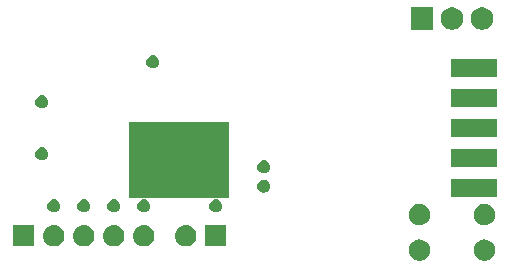
<source format=gbr>
G04 #@! TF.GenerationSoftware,KiCad,Pcbnew,(5.1.4)-1*
G04 #@! TF.CreationDate,2019-11-22T21:00:24+08:00*
G04 #@! TF.ProjectId,vllink_lite.r3,766c6c69-6e6b-45f6-9c69-74652e72332e,rev?*
G04 #@! TF.SameCoordinates,Original*
G04 #@! TF.FileFunction,Soldermask,Bot*
G04 #@! TF.FilePolarity,Negative*
%FSLAX46Y46*%
G04 Gerber Fmt 4.6, Leading zero omitted, Abs format (unit mm)*
G04 Created by KiCad (PCBNEW (5.1.4)-1) date 2019-11-22 21:00:24*
%MOMM*%
%LPD*%
G04 APERTURE LIST*
%ADD10C,0.100000*%
%ADD11C,0.150000*%
G04 APERTURE END LIST*
D10*
G36*
X108712000Y-117094000D02*
G01*
X100330000Y-117094000D01*
X100330000Y-110744000D01*
X108712000Y-110744000D01*
X108712000Y-117094000D01*
G37*
X108712000Y-117094000D02*
X100330000Y-117094000D01*
X100330000Y-110744000D01*
X108712000Y-110744000D01*
X108712000Y-117094000D01*
D11*
G36*
X130555512Y-120717927D02*
G01*
X130704812Y-120747624D01*
X130868784Y-120815544D01*
X131016354Y-120914147D01*
X131141853Y-121039646D01*
X131240456Y-121187216D01*
X131308376Y-121351188D01*
X131343000Y-121525259D01*
X131343000Y-121702741D01*
X131308376Y-121876812D01*
X131240456Y-122040784D01*
X131141853Y-122188354D01*
X131016354Y-122313853D01*
X130868784Y-122412456D01*
X130704812Y-122480376D01*
X130555512Y-122510073D01*
X130530742Y-122515000D01*
X130353258Y-122515000D01*
X130328488Y-122510073D01*
X130179188Y-122480376D01*
X130015216Y-122412456D01*
X129867646Y-122313853D01*
X129742147Y-122188354D01*
X129643544Y-122040784D01*
X129575624Y-121876812D01*
X129541000Y-121702741D01*
X129541000Y-121525259D01*
X129575624Y-121351188D01*
X129643544Y-121187216D01*
X129742147Y-121039646D01*
X129867646Y-120914147D01*
X130015216Y-120815544D01*
X130179188Y-120747624D01*
X130328488Y-120717927D01*
X130353258Y-120713000D01*
X130530742Y-120713000D01*
X130555512Y-120717927D01*
X130555512Y-120717927D01*
G37*
G36*
X125055512Y-120717927D02*
G01*
X125204812Y-120747624D01*
X125368784Y-120815544D01*
X125516354Y-120914147D01*
X125641853Y-121039646D01*
X125740456Y-121187216D01*
X125808376Y-121351188D01*
X125843000Y-121525259D01*
X125843000Y-121702741D01*
X125808376Y-121876812D01*
X125740456Y-122040784D01*
X125641853Y-122188354D01*
X125516354Y-122313853D01*
X125368784Y-122412456D01*
X125204812Y-122480376D01*
X125055512Y-122510073D01*
X125030742Y-122515000D01*
X124853258Y-122515000D01*
X124828488Y-122510073D01*
X124679188Y-122480376D01*
X124515216Y-122412456D01*
X124367646Y-122313853D01*
X124242147Y-122188354D01*
X124143544Y-122040784D01*
X124075624Y-121876812D01*
X124041000Y-121702741D01*
X124041000Y-121525259D01*
X124075624Y-121351188D01*
X124143544Y-121187216D01*
X124242147Y-121039646D01*
X124367646Y-120914147D01*
X124515216Y-120815544D01*
X124679188Y-120747624D01*
X124828488Y-120717927D01*
X124853258Y-120713000D01*
X125030742Y-120713000D01*
X125055512Y-120717927D01*
X125055512Y-120717927D01*
G37*
G36*
X101710443Y-119501519D02*
G01*
X101776627Y-119508037D01*
X101946466Y-119559557D01*
X102102991Y-119643222D01*
X102138729Y-119672552D01*
X102240186Y-119755814D01*
X102323448Y-119857271D01*
X102352778Y-119893009D01*
X102436443Y-120049534D01*
X102487963Y-120219373D01*
X102505359Y-120396000D01*
X102487963Y-120572627D01*
X102445381Y-120713000D01*
X102436442Y-120742468D01*
X102397382Y-120815544D01*
X102352778Y-120898991D01*
X102340339Y-120914148D01*
X102240186Y-121036186D01*
X102138729Y-121119448D01*
X102102991Y-121148778D01*
X101946466Y-121232443D01*
X101776627Y-121283963D01*
X101710443Y-121290481D01*
X101644260Y-121297000D01*
X101555740Y-121297000D01*
X101489557Y-121290481D01*
X101423373Y-121283963D01*
X101253534Y-121232443D01*
X101097009Y-121148778D01*
X101061271Y-121119448D01*
X100959814Y-121036186D01*
X100859661Y-120914148D01*
X100847222Y-120898991D01*
X100802618Y-120815544D01*
X100763558Y-120742468D01*
X100754619Y-120713000D01*
X100712037Y-120572627D01*
X100694641Y-120396000D01*
X100712037Y-120219373D01*
X100763557Y-120049534D01*
X100847222Y-119893009D01*
X100876552Y-119857271D01*
X100959814Y-119755814D01*
X101061271Y-119672552D01*
X101097009Y-119643222D01*
X101253534Y-119559557D01*
X101423373Y-119508037D01*
X101489557Y-119501519D01*
X101555740Y-119495000D01*
X101644260Y-119495000D01*
X101710443Y-119501519D01*
X101710443Y-119501519D01*
G37*
G36*
X108597000Y-121297000D02*
G01*
X106795000Y-121297000D01*
X106795000Y-119495000D01*
X108597000Y-119495000D01*
X108597000Y-121297000D01*
X108597000Y-121297000D01*
G37*
G36*
X105266443Y-119501519D02*
G01*
X105332627Y-119508037D01*
X105502466Y-119559557D01*
X105658991Y-119643222D01*
X105694729Y-119672552D01*
X105796186Y-119755814D01*
X105879448Y-119857271D01*
X105908778Y-119893009D01*
X105992443Y-120049534D01*
X106043963Y-120219373D01*
X106061359Y-120396000D01*
X106043963Y-120572627D01*
X106001381Y-120713000D01*
X105992442Y-120742468D01*
X105953382Y-120815544D01*
X105908778Y-120898991D01*
X105896339Y-120914148D01*
X105796186Y-121036186D01*
X105694729Y-121119448D01*
X105658991Y-121148778D01*
X105502466Y-121232443D01*
X105332627Y-121283963D01*
X105266443Y-121290481D01*
X105200260Y-121297000D01*
X105111740Y-121297000D01*
X105045557Y-121290481D01*
X104979373Y-121283963D01*
X104809534Y-121232443D01*
X104653009Y-121148778D01*
X104617271Y-121119448D01*
X104515814Y-121036186D01*
X104415661Y-120914148D01*
X104403222Y-120898991D01*
X104358618Y-120815544D01*
X104319558Y-120742468D01*
X104310619Y-120713000D01*
X104268037Y-120572627D01*
X104250641Y-120396000D01*
X104268037Y-120219373D01*
X104319557Y-120049534D01*
X104403222Y-119893009D01*
X104432552Y-119857271D01*
X104515814Y-119755814D01*
X104617271Y-119672552D01*
X104653009Y-119643222D01*
X104809534Y-119559557D01*
X104979373Y-119508037D01*
X105045557Y-119501519D01*
X105111740Y-119495000D01*
X105200260Y-119495000D01*
X105266443Y-119501519D01*
X105266443Y-119501519D01*
G37*
G36*
X92341000Y-121297000D02*
G01*
X90539000Y-121297000D01*
X90539000Y-119495000D01*
X92341000Y-119495000D01*
X92341000Y-121297000D01*
X92341000Y-121297000D01*
G37*
G36*
X94090443Y-119501519D02*
G01*
X94156627Y-119508037D01*
X94326466Y-119559557D01*
X94482991Y-119643222D01*
X94518729Y-119672552D01*
X94620186Y-119755814D01*
X94703448Y-119857271D01*
X94732778Y-119893009D01*
X94816443Y-120049534D01*
X94867963Y-120219373D01*
X94885359Y-120396000D01*
X94867963Y-120572627D01*
X94825381Y-120713000D01*
X94816442Y-120742468D01*
X94777382Y-120815544D01*
X94732778Y-120898991D01*
X94720339Y-120914148D01*
X94620186Y-121036186D01*
X94518729Y-121119448D01*
X94482991Y-121148778D01*
X94326466Y-121232443D01*
X94156627Y-121283963D01*
X94090443Y-121290481D01*
X94024260Y-121297000D01*
X93935740Y-121297000D01*
X93869557Y-121290481D01*
X93803373Y-121283963D01*
X93633534Y-121232443D01*
X93477009Y-121148778D01*
X93441271Y-121119448D01*
X93339814Y-121036186D01*
X93239661Y-120914148D01*
X93227222Y-120898991D01*
X93182618Y-120815544D01*
X93143558Y-120742468D01*
X93134619Y-120713000D01*
X93092037Y-120572627D01*
X93074641Y-120396000D01*
X93092037Y-120219373D01*
X93143557Y-120049534D01*
X93227222Y-119893009D01*
X93256552Y-119857271D01*
X93339814Y-119755814D01*
X93441271Y-119672552D01*
X93477009Y-119643222D01*
X93633534Y-119559557D01*
X93803373Y-119508037D01*
X93869557Y-119501519D01*
X93935740Y-119495000D01*
X94024260Y-119495000D01*
X94090443Y-119501519D01*
X94090443Y-119501519D01*
G37*
G36*
X96630443Y-119501519D02*
G01*
X96696627Y-119508037D01*
X96866466Y-119559557D01*
X97022991Y-119643222D01*
X97058729Y-119672552D01*
X97160186Y-119755814D01*
X97243448Y-119857271D01*
X97272778Y-119893009D01*
X97356443Y-120049534D01*
X97407963Y-120219373D01*
X97425359Y-120396000D01*
X97407963Y-120572627D01*
X97365381Y-120713000D01*
X97356442Y-120742468D01*
X97317382Y-120815544D01*
X97272778Y-120898991D01*
X97260339Y-120914148D01*
X97160186Y-121036186D01*
X97058729Y-121119448D01*
X97022991Y-121148778D01*
X96866466Y-121232443D01*
X96696627Y-121283963D01*
X96630443Y-121290481D01*
X96564260Y-121297000D01*
X96475740Y-121297000D01*
X96409557Y-121290481D01*
X96343373Y-121283963D01*
X96173534Y-121232443D01*
X96017009Y-121148778D01*
X95981271Y-121119448D01*
X95879814Y-121036186D01*
X95779661Y-120914148D01*
X95767222Y-120898991D01*
X95722618Y-120815544D01*
X95683558Y-120742468D01*
X95674619Y-120713000D01*
X95632037Y-120572627D01*
X95614641Y-120396000D01*
X95632037Y-120219373D01*
X95683557Y-120049534D01*
X95767222Y-119893009D01*
X95796552Y-119857271D01*
X95879814Y-119755814D01*
X95981271Y-119672552D01*
X96017009Y-119643222D01*
X96173534Y-119559557D01*
X96343373Y-119508037D01*
X96409557Y-119501519D01*
X96475740Y-119495000D01*
X96564260Y-119495000D01*
X96630443Y-119501519D01*
X96630443Y-119501519D01*
G37*
G36*
X99170443Y-119501519D02*
G01*
X99236627Y-119508037D01*
X99406466Y-119559557D01*
X99562991Y-119643222D01*
X99598729Y-119672552D01*
X99700186Y-119755814D01*
X99783448Y-119857271D01*
X99812778Y-119893009D01*
X99896443Y-120049534D01*
X99947963Y-120219373D01*
X99965359Y-120396000D01*
X99947963Y-120572627D01*
X99905381Y-120713000D01*
X99896442Y-120742468D01*
X99857382Y-120815544D01*
X99812778Y-120898991D01*
X99800339Y-120914148D01*
X99700186Y-121036186D01*
X99598729Y-121119448D01*
X99562991Y-121148778D01*
X99406466Y-121232443D01*
X99236627Y-121283963D01*
X99170443Y-121290481D01*
X99104260Y-121297000D01*
X99015740Y-121297000D01*
X98949557Y-121290481D01*
X98883373Y-121283963D01*
X98713534Y-121232443D01*
X98557009Y-121148778D01*
X98521271Y-121119448D01*
X98419814Y-121036186D01*
X98319661Y-120914148D01*
X98307222Y-120898991D01*
X98262618Y-120815544D01*
X98223558Y-120742468D01*
X98214619Y-120713000D01*
X98172037Y-120572627D01*
X98154641Y-120396000D01*
X98172037Y-120219373D01*
X98223557Y-120049534D01*
X98307222Y-119893009D01*
X98336552Y-119857271D01*
X98419814Y-119755814D01*
X98521271Y-119672552D01*
X98557009Y-119643222D01*
X98713534Y-119559557D01*
X98883373Y-119508037D01*
X98949557Y-119501519D01*
X99015740Y-119495000D01*
X99104260Y-119495000D01*
X99170443Y-119501519D01*
X99170443Y-119501519D01*
G37*
G36*
X125055512Y-117717927D02*
G01*
X125204812Y-117747624D01*
X125368784Y-117815544D01*
X125516354Y-117914147D01*
X125641853Y-118039646D01*
X125740456Y-118187216D01*
X125808376Y-118351188D01*
X125843000Y-118525259D01*
X125843000Y-118702741D01*
X125808376Y-118876812D01*
X125740456Y-119040784D01*
X125641853Y-119188354D01*
X125516354Y-119313853D01*
X125368784Y-119412456D01*
X125204812Y-119480376D01*
X125065747Y-119508037D01*
X125030742Y-119515000D01*
X124853258Y-119515000D01*
X124818253Y-119508037D01*
X124679188Y-119480376D01*
X124515216Y-119412456D01*
X124367646Y-119313853D01*
X124242147Y-119188354D01*
X124143544Y-119040784D01*
X124075624Y-118876812D01*
X124041000Y-118702741D01*
X124041000Y-118525259D01*
X124075624Y-118351188D01*
X124143544Y-118187216D01*
X124242147Y-118039646D01*
X124367646Y-117914147D01*
X124515216Y-117815544D01*
X124679188Y-117747624D01*
X124828488Y-117717927D01*
X124853258Y-117713000D01*
X125030742Y-117713000D01*
X125055512Y-117717927D01*
X125055512Y-117717927D01*
G37*
G36*
X130555512Y-117717927D02*
G01*
X130704812Y-117747624D01*
X130868784Y-117815544D01*
X131016354Y-117914147D01*
X131141853Y-118039646D01*
X131240456Y-118187216D01*
X131308376Y-118351188D01*
X131343000Y-118525259D01*
X131343000Y-118702741D01*
X131308376Y-118876812D01*
X131240456Y-119040784D01*
X131141853Y-119188354D01*
X131016354Y-119313853D01*
X130868784Y-119412456D01*
X130704812Y-119480376D01*
X130565747Y-119508037D01*
X130530742Y-119515000D01*
X130353258Y-119515000D01*
X130318253Y-119508037D01*
X130179188Y-119480376D01*
X130015216Y-119412456D01*
X129867646Y-119313853D01*
X129742147Y-119188354D01*
X129643544Y-119040784D01*
X129575624Y-118876812D01*
X129541000Y-118702741D01*
X129541000Y-118525259D01*
X129575624Y-118351188D01*
X129643544Y-118187216D01*
X129742147Y-118039646D01*
X129867646Y-117914147D01*
X130015216Y-117815544D01*
X130179188Y-117747624D01*
X130328488Y-117717927D01*
X130353258Y-117713000D01*
X130530742Y-117713000D01*
X130555512Y-117717927D01*
X130555512Y-117717927D01*
G37*
G36*
X96680721Y-117326174D02*
G01*
X96780995Y-117367709D01*
X96780996Y-117367710D01*
X96871242Y-117428010D01*
X96947990Y-117504758D01*
X96947991Y-117504760D01*
X97008291Y-117595005D01*
X97049826Y-117695279D01*
X97071000Y-117801730D01*
X97071000Y-117910270D01*
X97049826Y-118016721D01*
X97008291Y-118116995D01*
X97008290Y-118116996D01*
X96947990Y-118207242D01*
X96871242Y-118283990D01*
X96825812Y-118314345D01*
X96780995Y-118344291D01*
X96680721Y-118385826D01*
X96574270Y-118407000D01*
X96465730Y-118407000D01*
X96359279Y-118385826D01*
X96259005Y-118344291D01*
X96214188Y-118314345D01*
X96168758Y-118283990D01*
X96092010Y-118207242D01*
X96031710Y-118116996D01*
X96031709Y-118116995D01*
X95990174Y-118016721D01*
X95969000Y-117910270D01*
X95969000Y-117801730D01*
X95990174Y-117695279D01*
X96031709Y-117595005D01*
X96092009Y-117504760D01*
X96092010Y-117504758D01*
X96168758Y-117428010D01*
X96259004Y-117367710D01*
X96259005Y-117367709D01*
X96359279Y-117326174D01*
X96465730Y-117305000D01*
X96574270Y-117305000D01*
X96680721Y-117326174D01*
X96680721Y-117326174D01*
G37*
G36*
X94140721Y-117326174D02*
G01*
X94240995Y-117367709D01*
X94240996Y-117367710D01*
X94331242Y-117428010D01*
X94407990Y-117504758D01*
X94407991Y-117504760D01*
X94468291Y-117595005D01*
X94509826Y-117695279D01*
X94531000Y-117801730D01*
X94531000Y-117910270D01*
X94509826Y-118016721D01*
X94468291Y-118116995D01*
X94468290Y-118116996D01*
X94407990Y-118207242D01*
X94331242Y-118283990D01*
X94285812Y-118314345D01*
X94240995Y-118344291D01*
X94140721Y-118385826D01*
X94034270Y-118407000D01*
X93925730Y-118407000D01*
X93819279Y-118385826D01*
X93719005Y-118344291D01*
X93674188Y-118314345D01*
X93628758Y-118283990D01*
X93552010Y-118207242D01*
X93491710Y-118116996D01*
X93491709Y-118116995D01*
X93450174Y-118016721D01*
X93429000Y-117910270D01*
X93429000Y-117801730D01*
X93450174Y-117695279D01*
X93491709Y-117595005D01*
X93552009Y-117504760D01*
X93552010Y-117504758D01*
X93628758Y-117428010D01*
X93719004Y-117367710D01*
X93719005Y-117367709D01*
X93819279Y-117326174D01*
X93925730Y-117305000D01*
X94034270Y-117305000D01*
X94140721Y-117326174D01*
X94140721Y-117326174D01*
G37*
G36*
X99220721Y-117326174D02*
G01*
X99320995Y-117367709D01*
X99320996Y-117367710D01*
X99411242Y-117428010D01*
X99487990Y-117504758D01*
X99487991Y-117504760D01*
X99548291Y-117595005D01*
X99589826Y-117695279D01*
X99611000Y-117801730D01*
X99611000Y-117910270D01*
X99589826Y-118016721D01*
X99548291Y-118116995D01*
X99548290Y-118116996D01*
X99487990Y-118207242D01*
X99411242Y-118283990D01*
X99365812Y-118314345D01*
X99320995Y-118344291D01*
X99220721Y-118385826D01*
X99114270Y-118407000D01*
X99005730Y-118407000D01*
X98899279Y-118385826D01*
X98799005Y-118344291D01*
X98754188Y-118314345D01*
X98708758Y-118283990D01*
X98632010Y-118207242D01*
X98571710Y-118116996D01*
X98571709Y-118116995D01*
X98530174Y-118016721D01*
X98509000Y-117910270D01*
X98509000Y-117801730D01*
X98530174Y-117695279D01*
X98571709Y-117595005D01*
X98632009Y-117504760D01*
X98632010Y-117504758D01*
X98708758Y-117428010D01*
X98799004Y-117367710D01*
X98799005Y-117367709D01*
X98899279Y-117326174D01*
X99005730Y-117305000D01*
X99114270Y-117305000D01*
X99220721Y-117326174D01*
X99220721Y-117326174D01*
G37*
G36*
X101760721Y-117326174D02*
G01*
X101860995Y-117367709D01*
X101860996Y-117367710D01*
X101951242Y-117428010D01*
X102027990Y-117504758D01*
X102027991Y-117504760D01*
X102088291Y-117595005D01*
X102129826Y-117695279D01*
X102151000Y-117801730D01*
X102151000Y-117910270D01*
X102129826Y-118016721D01*
X102088291Y-118116995D01*
X102088290Y-118116996D01*
X102027990Y-118207242D01*
X101951242Y-118283990D01*
X101905812Y-118314345D01*
X101860995Y-118344291D01*
X101760721Y-118385826D01*
X101654270Y-118407000D01*
X101545730Y-118407000D01*
X101439279Y-118385826D01*
X101339005Y-118344291D01*
X101294188Y-118314345D01*
X101248758Y-118283990D01*
X101172010Y-118207242D01*
X101111710Y-118116996D01*
X101111709Y-118116995D01*
X101070174Y-118016721D01*
X101049000Y-117910270D01*
X101049000Y-117801730D01*
X101070174Y-117695279D01*
X101111709Y-117595005D01*
X101172009Y-117504760D01*
X101172010Y-117504758D01*
X101248758Y-117428010D01*
X101339004Y-117367710D01*
X101339005Y-117367709D01*
X101439279Y-117326174D01*
X101545730Y-117305000D01*
X101654270Y-117305000D01*
X101760721Y-117326174D01*
X101760721Y-117326174D01*
G37*
G36*
X107856721Y-117326174D02*
G01*
X107956995Y-117367709D01*
X107956996Y-117367710D01*
X108047242Y-117428010D01*
X108123990Y-117504758D01*
X108123991Y-117504760D01*
X108184291Y-117595005D01*
X108225826Y-117695279D01*
X108247000Y-117801730D01*
X108247000Y-117910270D01*
X108225826Y-118016721D01*
X108184291Y-118116995D01*
X108184290Y-118116996D01*
X108123990Y-118207242D01*
X108047242Y-118283990D01*
X108001812Y-118314345D01*
X107956995Y-118344291D01*
X107856721Y-118385826D01*
X107750270Y-118407000D01*
X107641730Y-118407000D01*
X107535279Y-118385826D01*
X107435005Y-118344291D01*
X107390188Y-118314345D01*
X107344758Y-118283990D01*
X107268010Y-118207242D01*
X107207710Y-118116996D01*
X107207709Y-118116995D01*
X107166174Y-118016721D01*
X107145000Y-117910270D01*
X107145000Y-117801730D01*
X107166174Y-117695279D01*
X107207709Y-117595005D01*
X107268009Y-117504760D01*
X107268010Y-117504758D01*
X107344758Y-117428010D01*
X107435004Y-117367710D01*
X107435005Y-117367709D01*
X107535279Y-117326174D01*
X107641730Y-117305000D01*
X107750270Y-117305000D01*
X107856721Y-117326174D01*
X107856721Y-117326174D01*
G37*
G36*
X131491000Y-117083000D02*
G01*
X127589000Y-117083000D01*
X127589000Y-115581000D01*
X131491000Y-115581000D01*
X131491000Y-117083000D01*
X131491000Y-117083000D01*
G37*
G36*
X111920721Y-115675174D02*
G01*
X112020995Y-115716709D01*
X112020996Y-115716710D01*
X112111242Y-115777010D01*
X112187990Y-115853758D01*
X112187991Y-115853760D01*
X112248291Y-115944005D01*
X112289826Y-116044279D01*
X112311000Y-116150730D01*
X112311000Y-116259270D01*
X112289826Y-116365721D01*
X112248291Y-116465995D01*
X112248290Y-116465996D01*
X112187990Y-116556242D01*
X112111242Y-116632990D01*
X112065812Y-116663345D01*
X112020995Y-116693291D01*
X111920721Y-116734826D01*
X111814270Y-116756000D01*
X111705730Y-116756000D01*
X111599279Y-116734826D01*
X111499005Y-116693291D01*
X111454188Y-116663345D01*
X111408758Y-116632990D01*
X111332010Y-116556242D01*
X111271710Y-116465996D01*
X111271709Y-116465995D01*
X111230174Y-116365721D01*
X111209000Y-116259270D01*
X111209000Y-116150730D01*
X111230174Y-116044279D01*
X111271709Y-115944005D01*
X111332009Y-115853760D01*
X111332010Y-115853758D01*
X111408758Y-115777010D01*
X111499004Y-115716710D01*
X111499005Y-115716709D01*
X111599279Y-115675174D01*
X111705730Y-115654000D01*
X111814270Y-115654000D01*
X111920721Y-115675174D01*
X111920721Y-115675174D01*
G37*
G36*
X111920721Y-114024174D02*
G01*
X112020995Y-114065709D01*
X112020996Y-114065710D01*
X112111242Y-114126010D01*
X112187990Y-114202758D01*
X112187991Y-114202760D01*
X112248291Y-114293005D01*
X112289826Y-114393279D01*
X112311000Y-114499730D01*
X112311000Y-114608270D01*
X112289826Y-114714721D01*
X112248291Y-114814995D01*
X112248290Y-114814996D01*
X112187990Y-114905242D01*
X112111242Y-114981990D01*
X112065812Y-115012345D01*
X112020995Y-115042291D01*
X111920721Y-115083826D01*
X111814270Y-115105000D01*
X111705730Y-115105000D01*
X111599279Y-115083826D01*
X111499005Y-115042291D01*
X111454188Y-115012345D01*
X111408758Y-114981990D01*
X111332010Y-114905242D01*
X111271710Y-114814996D01*
X111271709Y-114814995D01*
X111230174Y-114714721D01*
X111209000Y-114608270D01*
X111209000Y-114499730D01*
X111230174Y-114393279D01*
X111271709Y-114293005D01*
X111332009Y-114202760D01*
X111332010Y-114202758D01*
X111408758Y-114126010D01*
X111499004Y-114065710D01*
X111499005Y-114065709D01*
X111599279Y-114024174D01*
X111705730Y-114003000D01*
X111814270Y-114003000D01*
X111920721Y-114024174D01*
X111920721Y-114024174D01*
G37*
G36*
X131491000Y-114543000D02*
G01*
X127589000Y-114543000D01*
X127589000Y-113041000D01*
X131491000Y-113041000D01*
X131491000Y-114543000D01*
X131491000Y-114543000D01*
G37*
G36*
X93124721Y-112922174D02*
G01*
X93224995Y-112963709D01*
X93224996Y-112963710D01*
X93315242Y-113024010D01*
X93391990Y-113100758D01*
X93391991Y-113100760D01*
X93452291Y-113191005D01*
X93493826Y-113291279D01*
X93515000Y-113397730D01*
X93515000Y-113506270D01*
X93493826Y-113612721D01*
X93452291Y-113712995D01*
X93452290Y-113712996D01*
X93391990Y-113803242D01*
X93315242Y-113879990D01*
X93269812Y-113910345D01*
X93224995Y-113940291D01*
X93124721Y-113981826D01*
X93018270Y-114003000D01*
X92909730Y-114003000D01*
X92803279Y-113981826D01*
X92703005Y-113940291D01*
X92658188Y-113910345D01*
X92612758Y-113879990D01*
X92536010Y-113803242D01*
X92475710Y-113712996D01*
X92475709Y-113712995D01*
X92434174Y-113612721D01*
X92413000Y-113506270D01*
X92413000Y-113397730D01*
X92434174Y-113291279D01*
X92475709Y-113191005D01*
X92536009Y-113100760D01*
X92536010Y-113100758D01*
X92612758Y-113024010D01*
X92703004Y-112963710D01*
X92703005Y-112963709D01*
X92803279Y-112922174D01*
X92909730Y-112901000D01*
X93018270Y-112901000D01*
X93124721Y-112922174D01*
X93124721Y-112922174D01*
G37*
G36*
X131491000Y-112003000D02*
G01*
X127589000Y-112003000D01*
X127589000Y-110501000D01*
X131491000Y-110501000D01*
X131491000Y-112003000D01*
X131491000Y-112003000D01*
G37*
G36*
X93124721Y-108522174D02*
G01*
X93224995Y-108563709D01*
X93224996Y-108563710D01*
X93315242Y-108624010D01*
X93391990Y-108700758D01*
X93391991Y-108700760D01*
X93452291Y-108791005D01*
X93493826Y-108891279D01*
X93515000Y-108997730D01*
X93515000Y-109106270D01*
X93493826Y-109212721D01*
X93452291Y-109312995D01*
X93452290Y-109312996D01*
X93391990Y-109403242D01*
X93315242Y-109479990D01*
X93269812Y-109510345D01*
X93224995Y-109540291D01*
X93124721Y-109581826D01*
X93018270Y-109603000D01*
X92909730Y-109603000D01*
X92803279Y-109581826D01*
X92703005Y-109540291D01*
X92658188Y-109510345D01*
X92612758Y-109479990D01*
X92536010Y-109403242D01*
X92475710Y-109312996D01*
X92475709Y-109312995D01*
X92434174Y-109212721D01*
X92413000Y-109106270D01*
X92413000Y-108997730D01*
X92434174Y-108891279D01*
X92475709Y-108791005D01*
X92536009Y-108700760D01*
X92536010Y-108700758D01*
X92612758Y-108624010D01*
X92703004Y-108563710D01*
X92703005Y-108563709D01*
X92803279Y-108522174D01*
X92909730Y-108501000D01*
X93018270Y-108501000D01*
X93124721Y-108522174D01*
X93124721Y-108522174D01*
G37*
G36*
X131491000Y-109463000D02*
G01*
X127589000Y-109463000D01*
X127589000Y-107961000D01*
X131491000Y-107961000D01*
X131491000Y-109463000D01*
X131491000Y-109463000D01*
G37*
G36*
X131491000Y-106923000D02*
G01*
X127589000Y-106923000D01*
X127589000Y-105421000D01*
X131491000Y-105421000D01*
X131491000Y-106923000D01*
X131491000Y-106923000D01*
G37*
G36*
X102522721Y-105134174D02*
G01*
X102622995Y-105175709D01*
X102622996Y-105175710D01*
X102713242Y-105236010D01*
X102789990Y-105312758D01*
X102789991Y-105312760D01*
X102850291Y-105403005D01*
X102891826Y-105503279D01*
X102913000Y-105609730D01*
X102913000Y-105718270D01*
X102891826Y-105824721D01*
X102850291Y-105924995D01*
X102850290Y-105924996D01*
X102789990Y-106015242D01*
X102713242Y-106091990D01*
X102667812Y-106122345D01*
X102622995Y-106152291D01*
X102522721Y-106193826D01*
X102416270Y-106215000D01*
X102307730Y-106215000D01*
X102201279Y-106193826D01*
X102101005Y-106152291D01*
X102056188Y-106122345D01*
X102010758Y-106091990D01*
X101934010Y-106015242D01*
X101873710Y-105924996D01*
X101873709Y-105924995D01*
X101832174Y-105824721D01*
X101811000Y-105718270D01*
X101811000Y-105609730D01*
X101832174Y-105503279D01*
X101873709Y-105403005D01*
X101934009Y-105312760D01*
X101934010Y-105312758D01*
X102010758Y-105236010D01*
X102101004Y-105175710D01*
X102101005Y-105175709D01*
X102201279Y-105134174D01*
X102307730Y-105113000D01*
X102416270Y-105113000D01*
X102522721Y-105134174D01*
X102522721Y-105134174D01*
G37*
G36*
X127969395Y-101099546D02*
G01*
X128142466Y-101171234D01*
X128142467Y-101171235D01*
X128298227Y-101275310D01*
X128430690Y-101407773D01*
X128430691Y-101407775D01*
X128534766Y-101563534D01*
X128606454Y-101736605D01*
X128643000Y-101920333D01*
X128643000Y-102107667D01*
X128606454Y-102291395D01*
X128534766Y-102464466D01*
X128534765Y-102464467D01*
X128430690Y-102620227D01*
X128298227Y-102752690D01*
X128219818Y-102805081D01*
X128142466Y-102856766D01*
X127969395Y-102928454D01*
X127785667Y-102965000D01*
X127598333Y-102965000D01*
X127414605Y-102928454D01*
X127241534Y-102856766D01*
X127164182Y-102805081D01*
X127085773Y-102752690D01*
X126953310Y-102620227D01*
X126849235Y-102464467D01*
X126849234Y-102464466D01*
X126777546Y-102291395D01*
X126741000Y-102107667D01*
X126741000Y-101920333D01*
X126777546Y-101736605D01*
X126849234Y-101563534D01*
X126953309Y-101407775D01*
X126953310Y-101407773D01*
X127085773Y-101275310D01*
X127241533Y-101171235D01*
X127241534Y-101171234D01*
X127414605Y-101099546D01*
X127598333Y-101063000D01*
X127785667Y-101063000D01*
X127969395Y-101099546D01*
X127969395Y-101099546D01*
G37*
G36*
X126103000Y-102965000D02*
G01*
X124201000Y-102965000D01*
X124201000Y-101063000D01*
X126103000Y-101063000D01*
X126103000Y-102965000D01*
X126103000Y-102965000D01*
G37*
G36*
X130509395Y-101099546D02*
G01*
X130682466Y-101171234D01*
X130682467Y-101171235D01*
X130838227Y-101275310D01*
X130970690Y-101407773D01*
X130970691Y-101407775D01*
X131074766Y-101563534D01*
X131146454Y-101736605D01*
X131183000Y-101920333D01*
X131183000Y-102107667D01*
X131146454Y-102291395D01*
X131074766Y-102464466D01*
X131074765Y-102464467D01*
X130970690Y-102620227D01*
X130838227Y-102752690D01*
X130759818Y-102805081D01*
X130682466Y-102856766D01*
X130509395Y-102928454D01*
X130325667Y-102965000D01*
X130138333Y-102965000D01*
X129954605Y-102928454D01*
X129781534Y-102856766D01*
X129704182Y-102805081D01*
X129625773Y-102752690D01*
X129493310Y-102620227D01*
X129389235Y-102464467D01*
X129389234Y-102464466D01*
X129317546Y-102291395D01*
X129281000Y-102107667D01*
X129281000Y-101920333D01*
X129317546Y-101736605D01*
X129389234Y-101563534D01*
X129493309Y-101407775D01*
X129493310Y-101407773D01*
X129625773Y-101275310D01*
X129781533Y-101171235D01*
X129781534Y-101171234D01*
X129954605Y-101099546D01*
X130138333Y-101063000D01*
X130325667Y-101063000D01*
X130509395Y-101099546D01*
X130509395Y-101099546D01*
G37*
M02*

</source>
